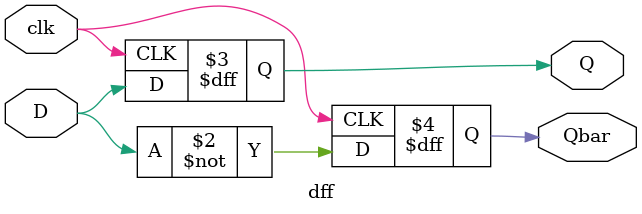
<source format=v>
module dff(D, clk, Q, Qbar);
    input D, clk;
    output reg Q, Qbar;
    always @(posedge clk) begin
        Q <= D;
        Qbar <= ~D;
    end
endmodule
</source>
